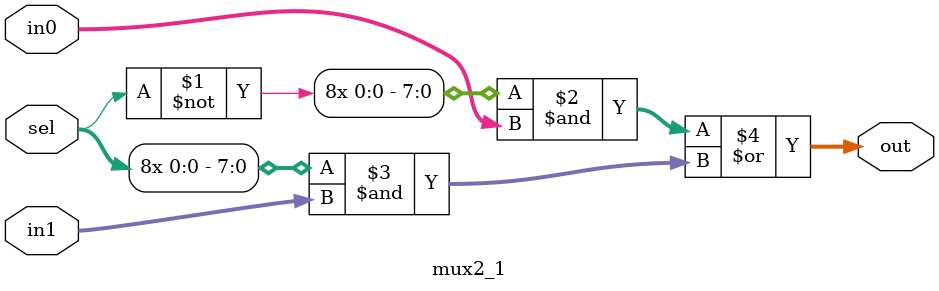
<source format=v>
module mux2_1 #(
    parameter WIDTH = 8
)(
  input [WIDTH-1:0] in0,  
  input [WIDTH-1:0] in1,
    input sel,
    output [WIDTH-1:0] out
);
  
  assign out = {WIDTH{~sel}} & in0 | {WIDTH{sel}} & in1;
endmodule

</source>
